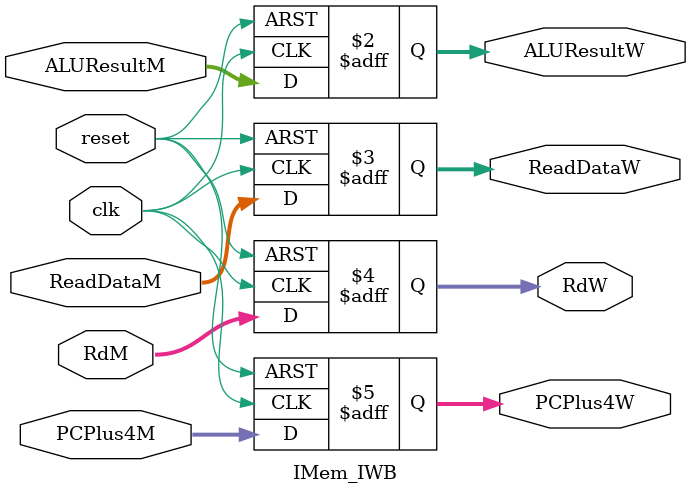
<source format=v>
/*
	Name: Pipeline register between Memory Access and WriteBack Stage
*/




module IMem_IWB(input             clk, reset,
                input      [31:0] ALUResultM, ReadDataM,  
                input      [4:0]  RdM, 
                input      [31:0] PCPlus4M,
                output reg [31:0] ALUResultW, ReadDataW,
                output reg [4:0]  RdW, 
                output reg [31:0] PCPlus4W);

always @( posedge clk, posedge reset ) begin 
    if (reset) begin
        ALUResultW <= 0;
        ReadDataW <= 0;
        
        RdW <= 0; 
        PCPlus4W <= 0;
    end

    else begin
        ALUResultW <= ALUResultM;
        ReadDataW <= ReadDataM;
        
        RdW <= RdM; 
        PCPlus4W <= PCPlus4M;        
    end
    
end

endmodule
</source>
